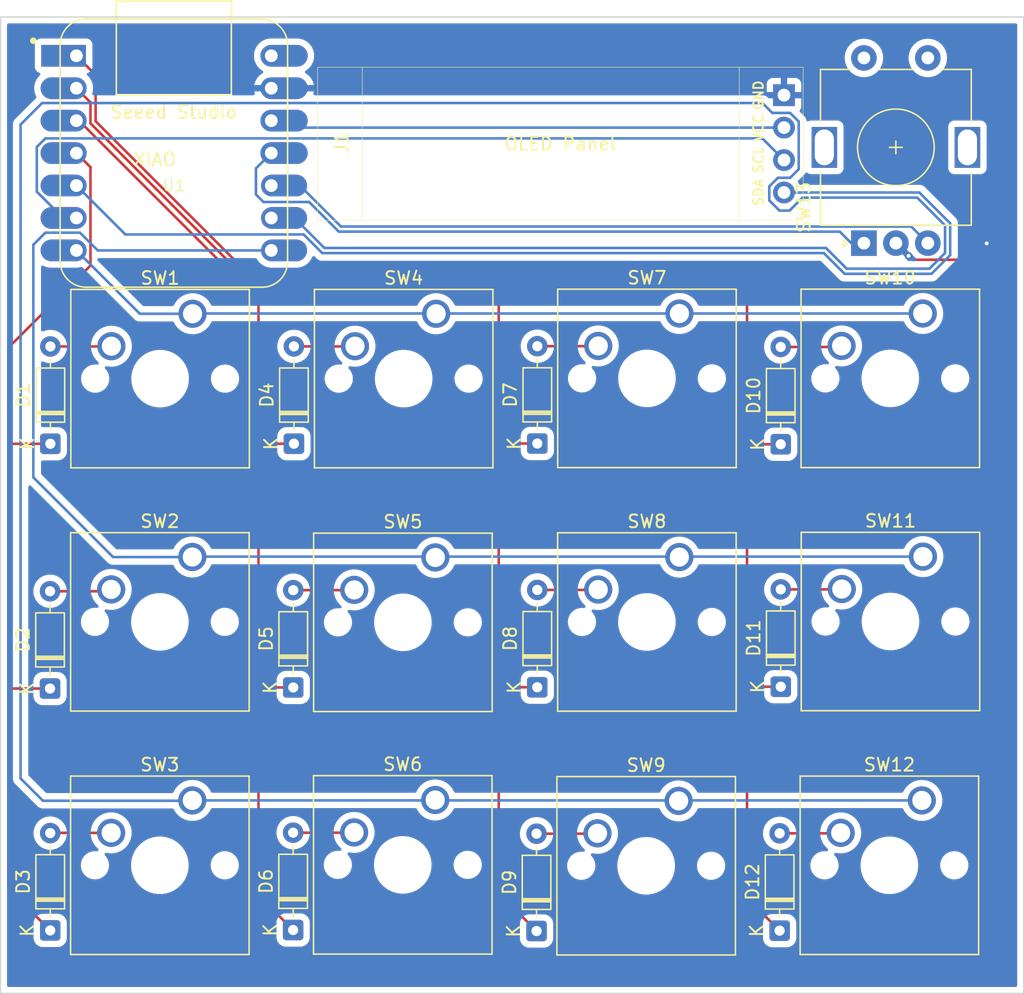
<source format=kicad_pcb>
(kicad_pcb (version 20241229) (generator "pcbnew") (generator_version "9.0")
  (layers (0 "F.Cu" signal) (2 "B.Cu" signal) (13 "F.Paste" user) (15 "B.Paste" user) (5 "F.SilkS" user "F.Silkscreen") (7 "B.SilkS" user "B.Silkscreen") (1 "F.Mask" user) (3 "B.Mask" user) (25 "Edge.Cuts" user))
  (net 0 "")
  (net 1 "Net-(D1-A)")
  (net 2 "/ROW0")
  (net 3 "Net-(D2-A)")
  (net 4 "Net-(D3-A)")
  (net 5 "Net-(D4-A)")
  (net 6 "Net-(D5-A)")
  (net 7 "Net-(D6-A)")
  (net 8 "Net-(D7-A)")
  (net 9 "Net-(D8-A)")
  (net 10 "Net-(D9-A)")
  (net 11 "Net-(D10-A)")
  (net 12 "Net-(D11-A)")
  (net 13 "Net-(D12-A)")
  (net 14 "/COL0")
  (net 15 "/COL1")
  (net 16 "/COL2")
  (net 17 "/D5 (SCL)")
  (net 18 "/ROW1")
  (net 19 "/ROW2")
  (net 20 "/ROW3")
  (net 21 "/D4 (SDA)")
  (net 22 "Net-(J1-VCC)")
  (net 23 "/GND")
  (net 24 "Net-(U1-PA5_A9_D9_MISO)")
  (net 25 "Net-(U1-PA6_A10_D10_MOSI)")
  (footprint "Button_Switch_Keyboard:SW_Cherry_MX_1.00u_PCB" (layer "F.Cu") (at 135.46 78.86)
    (property "Reference" "SW5" (at -2.54 -2.794 0) (layer "F.SilkS"))
    (property "Value" "SW_Push")
    (fp_line (start -9.525 -1.905) (end 4.445 -1.905) (stroke (width 0.12)) (layer "F.SilkS"))
    (fp_line (start -9.525 12.065) (end -9.525 -1.905) (stroke (width 0.12)) (layer "F.SilkS"))
    (fp_line (start 4.445 -1.905) (end 4.445 12.065) (stroke (width 0.12)) (layer "F.SilkS"))
    (fp_line (start 4.445 12.065) (end -9.525 12.065) (stroke (width 0.12)) (layer "F.SilkS"))
    (pad "" np_thru_hole circle (at -7.62 5.08) (size 1.7 1.7) (drill 1.7) (layers "*.Cu" "*.Mask"))
    (pad "" np_thru_hole circle (at -2.54 5.08) (size 4 4) (drill 4) (layers "*.Cu" "*.Mask"))
    (pad "" np_thru_hole circle (at 2.54 5.08) (size 1.7 1.7) (drill 1.7) (layers "*.Cu" "*.Mask"))
    (pad "1" thru_hole circle (at 0 0) (size 2.2 2.2) (drill 1.5) (layers "*.Cu" "*.Mask") (net 15 "/COL1"))
    (pad "2" thru_hole circle (at -6.35 2.54) (size 2.2 2.2) (drill 1.5) (layers "*.Cu" "*.Mask") (net 6 "Net-(D5-A)"))
  )
  (footprint "Button_Switch_Keyboard:SW_Cherry_MX_1.00u_PCB" (layer "F.Cu") (at 116.441412 78.823638)
    (property "Reference" "SW2" (at -2.54 -2.794 0) (layer "F.SilkS"))
    (property "Value" "SW_Push")
    (fp_line (start -9.525 -1.905) (end 4.445 -1.905) (stroke (width 0.12)) (layer "F.SilkS"))
    (fp_line (start -9.525 12.065) (end -9.525 -1.905) (stroke (width 0.12)) (layer "F.SilkS"))
    (fp_line (start 4.445 -1.905) (end 4.445 12.065) (stroke (width 0.12)) (layer "F.SilkS"))
    (fp_line (start 4.445 12.065) (end -9.525 12.065) (stroke (width 0.12)) (layer "F.SilkS"))
    (pad "" np_thru_hole circle (at -7.62 5.08) (size 1.7 1.7) (drill 1.7) (layers "*.Cu" "*.Mask"))
    (pad "" np_thru_hole circle (at -2.54 5.08) (size 4 4) (drill 4) (layers "*.Cu" "*.Mask"))
    (pad "" np_thru_hole circle (at 2.54 5.08) (size 1.7 1.7) (drill 1.7) (layers "*.Cu" "*.Mask"))
    (pad "1" thru_hole circle (at 0 0) (size 2.2 2.2) (drill 1.5) (layers "*.Cu" "*.Mask") (net 15 "/COL1"))
    (pad "2" thru_hole circle (at -6.35 2.54) (size 2.2 2.2) (drill 1.5) (layers "*.Cu" "*.Mask") (net 3 "Net-(D2-A)"))
  )
  (footprint "Diode_THT:D_DO-35_SOD27_P7.62mm_Horizontal" (layer "F.Cu") (at 162.49 88.98 90)
    (property "Reference" "D11" (at 3.81 -2.12 90) (layer "F.SilkS"))
    (property "Value" "1N4148WT")
    (fp_line (start 2.53 -1.12) (end 2.53 1.12) (stroke (width 0.12)) (layer "F.SilkS"))
    (fp_line (start 2.41 -1.12) (end 2.41 1.12) (stroke (width 0.12)) (layer "F.SilkS"))
    (fp_line (start 2.29 -1.12) (end 2.29 1.12) (stroke (width 0.12)) (layer "F.SilkS"))
    (fp_line (start 6.58 0) (end 5.93 0) (stroke (width 0.12)) (layer "F.SilkS"))
    (fp_line (start 1.04 0) (end 1.69 0) (stroke (width 0.12)) (layer "F.SilkS"))
    (fp_rect (start 1.69 -1.12) (end 5.93 1.12) (stroke (width 0.12)) (fill no) (layer "F.SilkS"))
    (fp_text user "K" (at 0 -1.8 90) (layer "F.SilkS"))
    (pad "1" thru_hole roundrect (at 0 0 90) (size 1.6 1.6) (drill 0.8) (layers "*.Cu" "*.Mask") (roundrect_rratio 0.15625) (net 20 "/ROW3"))
    (pad "2" thru_hole circle (at 7.62 0 90) (size 1.6 1.6) (drill 0.8) (layers "*.Cu" "*.Mask") (net 12 "Net-(D11-A)"))
  )
  (footprint "Diode_THT:D_DO-35_SOD27_P7.62mm_Horizontal" (layer "F.Cu") (at 124.33 108.03 90)
    (property "Reference" "D6" (at 3.81 -2.12 90) (layer "F.SilkS"))
    (property "Value" "1N4148WT")
    (fp_line (start 2.53 -1.12) (end 2.53 1.12) (stroke (width 0.12)) (layer "F.SilkS"))
    (fp_line (start 2.41 -1.12) (end 2.41 1.12) (stroke (width 0.12)) (layer "F.SilkS"))
    (fp_line (start 2.29 -1.12) (end 2.29 1.12) (stroke (width 0.12)) (layer "F.SilkS"))
    (fp_line (start 6.58 0) (end 5.93 0) (stroke (width 0.12)) (layer "F.SilkS"))
    (fp_line (start 1.04 0) (end 1.69 0) (stroke (width 0.12)) (layer "F.SilkS"))
    (fp_rect (start 1.69 -1.12) (end 5.93 1.12) (stroke (width 0.12)) (fill no) (layer "F.SilkS"))
    (fp_text user "K" (at 0 -1.8 90) (layer "F.SilkS"))
    (pad "1" thru_hole roundrect (at 0 0 90) (size 1.6 1.6) (drill 0.8) (layers "*.Cu" "*.Mask") (roundrect_rratio 0.15625) (net 18 "/ROW1"))
    (pad "2" thru_hole circle (at 7.62 0 90) (size 1.6 1.6) (drill 0.8) (layers "*.Cu" "*.Mask") (net 7 "Net-(D6-A)"))
  )
  (footprint "Button_Switch_Keyboard:SW_Cherry_MX_1.00u_PCB" (layer "F.Cu") (at 154.49877 97.92123)
    (property "Reference" "SW9" (at -2.54 -2.794 0) (layer "F.SilkS"))
    (property "Value" "SW_Push")
    (fp_line (start -9.525 -1.905) (end 4.445 -1.905) (stroke (width 0.12)) (layer "F.SilkS"))
    (fp_line (start -9.525 12.065) (end -9.525 -1.905) (stroke (width 0.12)) (layer "F.SilkS"))
    (fp_line (start 4.445 -1.905) (end 4.445 12.065) (stroke (width 0.12)) (layer "F.SilkS"))
    (fp_line (start 4.445 12.065) (end -9.525 12.065) (stroke (width 0.12)) (layer "F.SilkS"))
    (pad "" np_thru_hole circle (at -7.62 5.08) (size 1.7 1.7) (drill 1.7) (layers "*.Cu" "*.Mask"))
    (pad "" np_thru_hole circle (at -2.54 5.08) (size 4 4) (drill 4) (layers "*.Cu" "*.Mask"))
    (pad "" np_thru_hole circle (at 2.54 5.08) (size 1.7 1.7) (drill 1.7) (layers "*.Cu" "*.Mask"))
    (pad "1" thru_hole circle (at 0 0) (size 2.2 2.2) (drill 1.5) (layers "*.Cu" "*.Mask") (net 16 "/COL2"))
    (pad "2" thru_hole circle (at -6.35 2.54) (size 2.2 2.2) (drill 1.5) (layers "*.Cu" "*.Mask") (net 10 "Net-(D9-A)"))
  )
  (footprint "Diode_THT:D_DO-35_SOD27_P7.62mm_Horizontal" (layer "F.Cu") (at 143.440397 69.939999 90)
    (property "Reference" "D7" (at 3.81 -2.12 90) (layer "F.SilkS"))
    (property "Value" "1N4148WT")
    (fp_line (start 2.53 -1.12) (end 2.53 1.12) (stroke (width 0.12)) (layer "F.SilkS"))
    (fp_line (start 2.41 -1.12) (end 2.41 1.12) (stroke (width 0.12)) (layer "F.SilkS"))
    (fp_line (start 2.29 -1.12) (end 2.29 1.12) (stroke (width 0.12)) (layer "F.SilkS"))
    (fp_line (start 6.58 0) (end 5.93 0) (stroke (width 0.12)) (layer "F.SilkS"))
    (fp_line (start 1.04 0) (end 1.69 0) (stroke (width 0.12)) (layer "F.SilkS"))
    (fp_rect (start 1.69 -1.12) (end 5.93 1.12) (stroke (width 0.12)) (fill no) (layer "F.SilkS"))
    (fp_text user "K" (at 0 -1.8 90) (layer "F.SilkS"))
    (pad "1" thru_hole roundrect (at 0 0 90) (size 1.6 1.6) (drill 0.8) (layers "*.Cu" "*.Mask") (roundrect_rratio 0.15625) (net 19 "/ROW2"))
    (pad "2" thru_hole circle (at 7.62 0 90) (size 1.6 1.6) (drill 0.8) (layers "*.Cu" "*.Mask") (net 8 "Net-(D7-A)"))
  )
  (footprint "Diode_THT:D_DO-35_SOD27_P7.62mm_Horizontal" (layer "F.Cu") (at 143.38 108.11 90)
    (property "Reference" "D9" (at 3.81 -2.12 90) (layer "F.SilkS"))
    (property "Value" "1N4148WT")
    (fp_line (start 2.53 -1.12) (end 2.53 1.12) (stroke (width 0.12)) (layer "F.SilkS"))
    (fp_line (start 2.41 -1.12) (end 2.41 1.12) (stroke (width 0.12)) (layer "F.SilkS"))
    (fp_line (start 2.29 -1.12) (end 2.29 1.12) (stroke (width 0.12)) (layer "F.SilkS"))
    (fp_line (start 6.58 0) (end 5.93 0) (stroke (width 0.12)) (layer "F.SilkS"))
    (fp_line (start 1.04 0) (end 1.69 0) (stroke (width 0.12)) (layer "F.SilkS"))
    (fp_rect (start 1.69 -1.12) (end 5.93 1.12) (stroke (width 0.12)) (fill no) (layer "F.SilkS"))
    (fp_text user "K" (at 0 -1.8 90) (layer "F.SilkS"))
    (pad "1" thru_hole roundrect (at 0 0 90) (size 1.6 1.6) (drill 0.8) (layers "*.Cu" "*.Mask") (roundrect_rratio 0.15625) (net 19 "/ROW2"))
    (pad "2" thru_hole circle (at 7.62 0 90) (size 1.6 1.6) (drill 0.8) (layers "*.Cu" "*.Mask") (net 10 "Net-(D9-A)"))
  )
  (footprint "Button_Switch_Keyboard:SW_Cherry_MX_1.00u_PCB" (layer "F.Cu") (at 173.602737 59.758559)
    (property "Reference" "SW10" (at -2.54 -2.794 0) (layer "F.SilkS"))
    (property "Value" "SW_Push")
    (fp_line (start -9.525 -1.905) (end 4.445 -1.905) (stroke (width 0.12)) (layer "F.SilkS"))
    (fp_line (start -9.525 12.065) (end -9.525 -1.905) (stroke (width 0.12)) (layer "F.SilkS"))
    (fp_line (start 4.445 -1.905) (end 4.445 12.065) (stroke (width 0.12)) (layer "F.SilkS"))
    (fp_line (start 4.445 12.065) (end -9.525 12.065) (stroke (width 0.12)) (layer "F.SilkS"))
    (pad "" np_thru_hole circle (at -7.62 5.08) (size 1.7 1.7) (drill 1.7) (layers "*.Cu" "*.Mask"))
    (pad "" np_thru_hole circle (at -2.54 5.08) (size 4 4) (drill 4) (layers "*.Cu" "*.Mask"))
    (pad "" np_thru_hole circle (at 2.54 5.08) (size 1.7 1.7) (drill 1.7) (layers "*.Cu" "*.Mask"))
    (pad "1" thru_hole circle (at 0 0) (size 2.2 2.2) (drill 1.5) (layers "*.Cu" "*.Mask") (net 14 "/COL0"))
    (pad "2" thru_hole circle (at -6.35 2.54) (size 2.2 2.2) (drill 1.5) (layers "*.Cu" "*.Mask") (net 11 "Net-(D10-A)"))
  )
  (footprint "Diode_THT:D_DO-35_SOD27_P7.62mm_Horizontal" (layer "F.Cu") (at 143.438068 89.022911 90)
    (property "Reference" "D8" (at 3.81 -2.12 90) (layer "F.SilkS"))
    (property "Value" "1N4148WT")
    (fp_line (start 2.53 -1.12) (end 2.53 1.12) (stroke (width 0.12)) (layer "F.SilkS"))
    (fp_line (start 2.41 -1.12) (end 2.41 1.12) (stroke (width 0.12)) (layer "F.SilkS"))
    (fp_line (start 2.29 -1.12) (end 2.29 1.12) (stroke (width 0.12)) (layer "F.SilkS"))
    (fp_line (start 6.58 0) (end 5.93 0) (stroke (width 0.12)) (layer "F.SilkS"))
    (fp_line (start 1.04 0) (end 1.69 0) (stroke (width 0.12)) (layer "F.SilkS"))
    (fp_rect (start 1.69 -1.12) (end 5.93 1.12) (stroke (width 0.12)) (fill no) (layer "F.SilkS"))
    (fp_text user "K" (at 0 -1.8 90) (layer "F.SilkS"))
    (pad "1" thru_hole roundrect (at 0 0 90) (size 1.6 1.6) (drill 0.8) (layers "*.Cu" "*.Mask") (roundrect_rratio 0.15625) (net 19 "/ROW2"))
    (pad "2" thru_hole circle (at 7.62 0 90) (size 1.6 1.6) (drill 0.8) (layers "*.Cu" "*.Mask") (net 9 "Net-(D8-A)"))
  )
  (footprint "Button_Switch_Keyboard:SW_Cherry_MX_1.00u_PCB" (layer "F.Cu") (at 116.438861 97.883487)
    (property "Reference" "SW3" (at -2.54 -2.794 0) (layer "F.SilkS"))
    (property "Value" "SW_Push")
    (fp_line (start -9.525 -1.905) (end 4.445 -1.905) (stroke (width 0.12)) (layer "F.SilkS"))
    (fp_line (start -9.525 12.065) (end -9.525 -1.905) (stroke (width 0.12)) (layer "F.SilkS"))
    (fp_line (start 4.445 -1.905) (end 4.445 12.065) (stroke (width 0.12)) (layer "F.SilkS"))
    (fp_line (start 4.445 12.065) (end -9.525 12.065) (stroke (width 0.12)) (layer "F.SilkS"))
    (pad "" np_thru_hole circle (at -7.62 5.08) (size 1.7 1.7) (drill 1.7) (layers "*.Cu" "*.Mask"))
    (pad "" np_thru_hole circle (at -2.54 5.08) (size 4 4) (drill 4) (layers "*.Cu" "*.Mask"))
    (pad "" np_thru_hole circle (at 2.54 5.08) (size 1.7 1.7) (drill 1.7) (layers "*.Cu" "*.Mask"))
    (pad "1" thru_hole circle (at 0 0) (size 2.2 2.2) (drill 1.5) (layers "*.Cu" "*.Mask") (net 16 "/COL2"))
    (pad "2" thru_hole circle (at -6.35 2.54) (size 2.2 2.2) (drill 1.5) (layers "*.Cu" "*.Mask") (net 4 "Net-(D3-A)"))
  )
  (footprint "KiCad-SSD1306-0.91-OLED-4pin-128x32:SSD1306-0.91-OLED-4pin-128x32" (layer "F.Cu") (at 126.245 40.475)
    (property "Reference" "J1" (at 1.9 5.91 90) (layer "F.SilkS"))
    (property "Value" "Display")
    (fp_line (start 0 0) (end 0 12) (stroke (width 0.04)) (layer "F.SilkS"))
    (fp_line (start 0 12) (end 38 12) (stroke (width 0.04)) (layer "F.SilkS"))
    (fp_line (start 3.5 0) (end 3.5 12) (stroke (width 0.04)) (layer "F.SilkS"))
    (fp_line (start 33 0) (end 33 12) (stroke (width 0.04)) (layer "F.SilkS"))
    (fp_line (start 38 0) (end 0 0) (stroke (width 0.04)) (layer "F.SilkS"))
    (fp_line (start 38 12) (end 38 0) (stroke (width 0.04)) (layer "F.SilkS"))
    (fp_text user "VCC" (at 34.5 4.73 270) (layer "F.SilkS") (effects (font (size 0.75 0.75))))
    (fp_text user "SCL" (at 34.5 7.27 270) (layer "F.SilkS") (effects (font (size 0.75 0.75))))
    (fp_text user "SDA" (at 34.5 9.81 270) (layer "F.SilkS") (effects (font (size 0.75 0.75))))
    (fp_text user "GND" (at 34.5 2.19 270) (layer "F.SilkS") (effects (font (size 0.75 0.75))))
    (fp_text user "OLED Panel" (at 19 6 0) (layer "F.SilkS"))
    (pad "1" thru_hole rect (at 36.5 2.19) (size 1.7 1.7) (drill 1) (layers "*.Cu" "*.Mask") (net 23 "/GND"))
    (pad "2" thru_hole oval (at 36.5 4.73) (size 1.7 1.7) (drill 1) (layers "*.Cu" "*.Mask") (net 22 "Net-(J1-VCC)"))
    (pad "3" thru_hole oval (at 36.5 7.27) (size 1.7 1.7) (drill 1) (layers "*.Cu" "*.Mask") (net 17 "/D5 (SCL)"))
    (pad "4" thru_hole oval (at 36.5 9.81) (size 1.7 1.7) (drill 1) (layers "*.Cu" "*.Mask") (net 21 "/D4 (SDA)"))
  )
  (footprint "Button_Switch_Keyboard:SW_Cherry_MX_1.00u_PCB" (layer "F.Cu") (at 154.554033 78.832144)
    (property "Reference" "SW8" (at -2.54 -2.794 0) (layer "F.SilkS"))
    (property "Value" "SW_Push")
    (fp_line (start -9.525 -1.905) (end 4.445 -1.905) (stroke (width 0.12)) (layer "F.SilkS"))
    (fp_line (start -9.525 12.065) (end -9.525 -1.905) (stroke (width 0.12)) (layer "F.SilkS"))
    (fp_line (start 4.445 -1.905) (end 4.445 12.065) (stroke (width 0.12)) (layer "F.SilkS"))
    (fp_line (start 4.445 12.065) (end -9.525 12.065) (stroke (width 0.12)) (layer "F.SilkS"))
    (pad "" np_thru_hole circle (at -7.62 5.08) (size 1.7 1.7) (drill 1.7) (layers "*.Cu" "*.Mask"))
    (pad "" np_thru_hole circle (at -2.54 5.08) (size 4 4) (drill 4) (layers "*.Cu" "*.Mask"))
    (pad "" np_thru_hole circle (at 2.54 5.08) (size 1.7 1.7) (drill 1.7) (layers "*.Cu" "*.Mask"))
    (pad "1" thru_hole circle (at 0 0) (size 2.2 2.2) (drill 1.5) (layers "*.Cu" "*.Mask") (net 15 "/COL1"))
    (pad "2" thru_hole circle (at -6.35 2.54) (size 2.2 2.2) (drill 1.5) (layers "*.Cu" "*.Mask") (net 9 "Net-(D8-A)"))
  )
  (footprint "Button_Switch_Keyboard:SW_Cherry_MX_1.00u_PCB" (layer "F.Cu") (at 135.521541 59.778357)
    (property "Reference" "SW4" (at -2.54 -2.794 0) (layer "F.SilkS"))
    (property "Value" "SW_Push")
    (fp_line (start -9.525 -1.905) (end 4.445 -1.905) (stroke (width 0.12)) (layer "F.SilkS"))
    (fp_line (start -9.525 12.065) (end -9.525 -1.905) (stroke (width 0.12)) (layer "F.SilkS"))
    (fp_line (start 4.445 -1.905) (end 4.445 12.065) (stroke (width 0.12)) (layer "F.SilkS"))
    (fp_line (start 4.445 12.065) (end -9.525 12.065) (stroke (width 0.12)) (layer "F.SilkS"))
    (pad "" np_thru_hole circle (at -7.62 5.08) (size 1.7 1.7) (drill 1.7) (layers "*.Cu" "*.Mask"))
    (pad "" np_thru_hole circle (at -2.54 5.08) (size 4 4) (drill 4) (layers "*.Cu" "*.Mask"))
    (pad "" np_thru_hole circle (at 2.54 5.08) (size 1.7 1.7) (drill 1.7) (layers "*.Cu" "*.Mask"))
    (pad "1" thru_hole circle (at 0 0) (size 2.2 2.2) (drill 1.5) (layers "*.Cu" "*.Mask") (net 14 "/COL0"))
    (pad "2" thru_hole circle (at -6.35 2.54) (size 2.2 2.2) (drill 1.5) (layers "*.Cu" "*.Mask") (net 5 "Net-(D4-A)"))
  )
  (footprint "Diode_THT:D_DO-35_SOD27_P7.62mm_Horizontal" (layer "F.Cu") (at 124.392019 69.955231 90)
    (property "Reference" "D4" (at 3.81 -2.12 90) (layer "F.SilkS"))
    (property "Value" "1N4148WT")
    (fp_line (start 2.53 -1.12) (end 2.53 1.12) (stroke (width 0.12)) (layer "F.SilkS"))
    (fp_line (start 2.41 -1.12) (end 2.41 1.12) (stroke (width 0.12)) (layer "F.SilkS"))
    (fp_line (start 2.29 -1.12) (end 2.29 1.12) (stroke (width 0.12)) (layer "F.SilkS"))
    (fp_line (start 6.58 0) (end 5.93 0) (stroke (width 0.12)) (layer "F.SilkS"))
    (fp_line (start 1.04 0) (end 1.69 0) (stroke (width 0.12)) (layer "F.SilkS"))
    (fp_rect (start 1.69 -1.12) (end 5.93 1.12) (stroke (width 0.12)) (fill no) (layer "F.SilkS"))
    (fp_text user "K" (at 0 -1.8 90) (layer "F.SilkS"))
    (pad "1" thru_hole roundrect (at 0 0 90) (size 1.6 1.6) (drill 0.8) (layers "*.Cu" "*.Mask") (roundrect_rratio 0.15625) (net 18 "/ROW1"))
    (pad "2" thru_hole circle (at 7.62 0 90) (size 1.6 1.6) (drill 0.8) (layers "*.Cu" "*.Mask") (net 5 "Net-(D4-A)"))
  )
  (footprint "Button_Switch_Keyboard:SW_Cherry_MX_1.00u_PCB" (layer "F.Cu") (at 173.532616 97.884537)
    (property "Reference" "SW12" (at -2.54 -2.794 0) (layer "F.SilkS"))
    (property "Value" "SW_Push")
    (fp_line (start -9.525 -1.905) (end 4.445 -1.905) (stroke (width 0.12)) (layer "F.SilkS"))
    (fp_line (start -9.525 12.065) (end -9.525 -1.905) (stroke (width 0.12)) (layer "F.SilkS"))
    (fp_line (start 4.445 -1.905) (end 4.445 12.065) (stroke (width 0.12)) (layer "F.SilkS"))
    (fp_line (start 4.445 12.065) (end -9.525 12.065) (stroke (width 0.12)) (layer "F.SilkS"))
    (pad "" np_thru_hole circle (at -7.62 5.08) (size 1.7 1.7) (drill 1.7) (layers "*.Cu" "*.Mask"))
    (pad "" np_thru_hole circle (at -2.54 5.08) (size 4 4) (drill 4) (layers "*.Cu" "*.Mask"))
    (pad "" np_thru_hole circle (at 2.54 5.08) (size 1.7 1.7) (drill 1.7) (layers "*.Cu" "*.Mask"))
    (pad "1" thru_hole circle (at 0 0) (size 2.2 2.2) (drill 1.5) (layers "*.Cu" "*.Mask") (net 16 "/COL2"))
    (pad "2" thru_hole circle (at -6.35 2.54) (size 2.2 2.2) (drill 1.5) (layers "*.Cu" "*.Mask") (net 13 "Net-(D12-A)"))
  )
  (footprint "Diode_THT:D_DO-35_SOD27_P7.62mm_Horizontal" (layer "F.Cu") (at 105.320648 108.063487 90)
    (property "Reference" "D3" (at 3.81 -2.12 90) (layer "F.SilkS"))
    (property "Value" "1N4148WT")
    (fp_line (start 2.53 -1.12) (end 2.53 1.12) (stroke (width 0.12)) (layer "F.SilkS"))
    (fp_line (start 2.41 -1.12) (end 2.41 1.12) (stroke (width 0.12)) (layer "F.SilkS"))
    (fp_line (start 2.29 -1.12) (end 2.29 1.12) (stroke (width 0.12)) (layer "F.SilkS"))
    (fp_line (start 6.58 0) (end 5.93 0) (stroke (width 0.12)) (layer "F.SilkS"))
    (fp_line (start 1.04 0) (end 1.69 0) (stroke (width 0.12)) (layer "F.SilkS"))
    (fp_rect (start 1.69 -1.12) (end 5.93 1.12) (stroke (width 0.12)) (fill no) (layer "F.SilkS"))
    (fp_text user "K" (at 0 -1.8 90) (layer "F.SilkS"))
    (pad "1" thru_hole roundrect (at 0 0 90) (size 1.6 1.6) (drill 0.8) (layers "*.Cu" "*.Mask") (roundrect_rratio 0.15625) (net 2 "/ROW0"))
    (pad "2" thru_hole circle (at 7.62 0 90) (size 1.6 1.6) (drill 0.8) (layers "*.Cu" "*.Mask") (net 4 "Net-(D3-A)"))
  )
  (footprint "Diode_THT:D_DO-35_SOD27_P7.62mm_Horizontal" (layer "F.Cu") (at 105.33135 69.95984 90)
    (property "Reference" "D1" (at 3.81 -2.12 90) (layer "F.SilkS"))
    (property "Value" "1N4148WT")
    (fp_line (start 2.53 -1.12) (end 2.53 1.12) (stroke (width 0.12)) (layer "F.SilkS"))
    (fp_line (start 2.41 -1.12) (end 2.41 1.12) (stroke (width 0.12)) (layer "F.SilkS"))
    (fp_line (start 2.29 -1.12) (end 2.29 1.12) (stroke (width 0.12)) (layer "F.SilkS"))
    (fp_line (start 6.58 0) (end 5.93 0) (stroke (width 0.12)) (layer "F.SilkS"))
    (fp_line (start 1.04 0) (end 1.69 0) (stroke (width 0.12)) (layer "F.SilkS"))
    (fp_rect (start 1.69 -1.12) (end 5.93 1.12) (stroke (width 0.12)) (fill no) (layer "F.SilkS"))
    (fp_text user "K" (at 0 -1.8 90) (layer "F.SilkS"))
    (pad "1" thru_hole roundrect (at 0 0 90) (size 1.6 1.6) (drill 0.8) (layers "*.Cu" "*.Mask") (roundrect_rratio 0.15625) (net 2 "/ROW0"))
    (pad "2" thru_hole circle (at 7.62 0 90) (size 1.6 1.6) (drill 0.8) (layers "*.Cu" "*.Mask") (net 1 "Net-(D1-A)"))
  )
  (footprint "Diode_THT:D_DO-35_SOD27_P7.62mm_Horizontal" (layer "F.Cu") (at 162.487005 69.997777 90)
    (property "Reference" "D10" (at 3.81 -2.12 90) (layer "F.SilkS"))
    (property "Value" "1N4148WT")
    (fp_line (start 2.53 -1.12) (end 2.53 1.12) (stroke (width 0.12)) (layer "F.SilkS"))
    (fp_line (start 2.41 -1.12) (end 2.41 1.12) (stroke (width 0.12)) (layer "F.SilkS"))
    (fp_line (start 2.29 -1.12) (end 2.29 1.12) (stroke (width 0.12)) (layer "F.SilkS"))
    (fp_line (start 6.58 0) (end 5.93 0) (stroke (width 0.12)) (layer "F.SilkS"))
    (fp_line (start 1.04 0) (end 1.69 0) (stroke (width 0.12)) (layer "F.SilkS"))
    (fp_rect (start 1.69 -1.12) (end 5.93 1.12) (stroke (width 0.12)) (fill no) (layer "F.SilkS"))
    (fp_text user "K" (at 0 -1.8 90) (layer "F.SilkS"))
    (pad "1" thru_hole roundrect (at 0 0 90) (size 1.6 1.6) (drill 0.8) (layers "*.Cu" "*.Mask") (roundrect_rratio 0.15625) (net 20 "/ROW3"))
    (pad "2" thru_hole circle (at 7.62 0 90) (size 1.6 1.6) (drill 0.8) (layers "*.Cu" "*.Mask") (net 11 "Net-(D10-A)"))
  )
  (footprint "footprints:XIAO-Generic-Hybrid-14P-2.54-21X17.8MM" (layer "F.Cu") (at 114.995 47.2)
    (property "Reference" "U1" (at 0 2.54 0) (layer "F.SilkS") (effects (font (size 0.889 0.889) (thickness 0.1016))))
    (property "Value" "MOUDLE-SEEEDUINO-XIAO" (hide yes))
    (fp_line (start -8.9 -8.5) (end -8.9 8.5) (stroke (width 0.127)) (layer "F.SilkS"))
    (fp_line (start -6.9 10.5) (end 6.9 10.5) (stroke (width 0.127)) (layer "F.SilkS"))
    (fp_line (start -4.5 -11.92403) (end 4.5 -11.92403) (stroke (width 0.127)) (layer "F.SilkS"))
    (fp_line (start -4.5 -4.57073) (end -4.5 -11.92403) (stroke (width 0.127)) (layer "F.SilkS"))
    (fp_line (start 4.5 -11.92403) (end 4.5 -4.57073) (stroke (width 0.127)) (layer "F.SilkS"))
    (fp_line (start 4.5 -4.57073) (end -4.5 -4.57073) (stroke (width 0.127)) (layer "F.SilkS"))
    (fp_line (start 6.9 -10.49909) (end -6.9 -10.49909) (stroke (width 0.127)) (layer "F.SilkS"))
    (fp_line (start 8.9 8.5) (end 8.9 -8.5) (stroke (width 0.127)) (layer "F.SilkS"))
    (fp_arc (start -8.9 -8.5) (mid -8.301491 -9.901491) (end -6.9 -10.5) (stroke (width 0.12)) (layer "F.SilkS"))
    (fp_arc (start -6.9 10.5) (mid -8.301423 9.901423) (end -8.9 8.5) (stroke (width 0.12)) (layer "F.SilkS"))
    (fp_arc (start 6.9 -10.5) (mid 8.301492 -9.901492) (end 8.9 -8.5) (stroke (width 0.12)) (layer "F.SilkS"))
    (fp_arc (start 8.9 8.5) (mid 8.314214 9.914214) (end 6.9 10.5) (stroke (width 0.12)) (layer "F.SilkS"))
    (fp_circle (center -11 -8.8) (end -11 -9.054) (fill yes) (layer "F.SilkS"))
    (fp_poly (pts (xy -8.887715 -8.561705) (xy -8.884667 -8.610473) (xy -8.880603 -8.659494)) (stroke (width 0.0254)) (fill no) (layer "F.SilkS"))
    (fp_poly (pts (xy 8.889492 8.521574) (xy 8.887713 8.57085) (xy 8.884665 8.619618) (xy 8.880601 8.668639) (xy 8.875268 8.717407) (xy 8.868664 8.766175) (xy 8.861044 8.81469) (xy 8.852153 8.86295) (xy 8.842248 8.910955)) (stroke (width 0.0254)) (fill no) (layer "F.SilkS"))
    (fp_text user "Seeed Studio" (at 0 -3.212015 0) (layer "F.SilkS"))
    (fp_text user "XIAO" (at -1.5 0.5 0) (layer "F.SilkS"))
    (pad "1" thru_hole rect (at -7.625 -7.62) (size 3.5 1.7) (drill 1 (offset -1 0)) (layers "*.Cu" "*.Mask") (net 20 "/ROW3"))
    (pad "2" thru_hole oval (at -7.625 -5.08) (size 3.6 1.7) (drill 1 (offset -1 0)) (layers "*.Cu" "*.Mask") (net 19 "/ROW2"))
    (pad "3" thru_hole oval (at -7.625 -2.54) (size 3.6 1.7) (drill 1 (offset -1 0)) (layers "*.Cu" "*.Mask") (net 18 "/ROW1"))
    (pad "4" thru_hole oval (at -7.625 0) (size 3.6 1.7) (drill 1 (offset -1 0)) (layers "*.Cu" "*.Mask") (net 2 "/ROW0"))
    (pad "5" thru_hole oval (at -7.625 2.54) (size 3.6 1.7) (drill 1 (offset -1 0)) (layers "*.Cu" "*.Mask") (net 21 "/D4 (SDA)"))
    (pad "6" thru_hole oval (at -7.625 5.08 180) (size 3.6 1.7) (drill 1 (offset 1 0)) (layers "*.Cu" "*.Mask") (net 17 "/D5 (SCL)"))
    (pad "7" thru_hole oval (at -7.625 7.62) (size 3.6 1.7) (drill 1 (offset -1 0)) (layers "*.Cu" "*.Mask") (net 14 "/COL0"))
    (pad "8" thru_hole oval (at 7.625 7.62) (size 3.6 1.7) (drill 1 (offset 1 0)) (layers "*.Cu" "*.Mask") (net 15 "/COL1"))
    (pad "9" thru_hole oval (at 7.625 5.08) (size 3.6 1.7) (drill 1 (offset 1 0)) (layers "*.Cu" "*.Mask") (net 16 "/COL2"))
    (pad "10" thru_hole oval (at 7.625 2.54) (size 3.6 1.7) (drill 1 (offset 1 0)) (layers "*.Cu" "*.Mask") (net 24 "Net-(U1-PA5_A9_D9_MISO)"))
    (pad "11" thru_hole oval (at 7.625 0) (size 3.7 1.7) (drill 1 (offset 1 0)) (layers "*.Cu" "*.Mask") (net 25 "Net-(U1-PA6_A10_D10_MOSI)"))
    (pad "12" thru_hole oval (at 7.625 -2.54) (size 3.7 1.7) (drill 1 (offset 1 0)) (layers "*.Cu" "*.Mask") (net 22 "Net-(J1-VCC)"))
    (pad "13" thru_hole oval (at 7.625 -5.08) (size 3.7 1.7) (drill 1 (offset 1 0)) (layers "*.Cu" "*.Mask") (net 23 "/GND"))
    (pad "14" thru_hole oval (at 7.625 -7.62) (size 3.7 1.7) (drill 1 (offset 1 0)) (layers "*.Cu" "*.Mask"))
  )
  (footprint "Diode_THT:D_DO-35_SOD27_P7.62mm_Horizontal" (layer "F.Cu") (at 105.305346 89.126663 90)
    (property "Reference" "D2" (at 3.81 -2.12 90) (layer "F.SilkS"))
    (property "Value" "1N4148WT")
    (fp_line (start 2.53 -1.12) (end 2.53 1.12) (stroke (width 0.12)) (layer "F.SilkS"))
    (fp_line (start 2.41 -1.12) (end 2.41 1.12) (stroke (width 0.12)) (layer "F.SilkS"))
    (fp_line (start 2.29 -1.12) (end 2.29 1.12) (stroke (width 0.12)) (layer "F.SilkS"))
    (fp_line (start 6.58 0) (end 5.93 0) (stroke (width 0.12)) (layer "F.SilkS"))
    (fp_line (start 1.04 0) (end 1.69 0) (stroke (width 0.12)) (layer "F.SilkS"))
    (fp_rect (start 1.69 -1.12) (end 5.93 1.12) (stroke (width 0.12)) (fill no) (layer "F.SilkS"))
    (fp_text user "K" (at 0 -1.8 90) (layer "F.SilkS"))
    (pad "1" thru_hole roundrect (at 0 0 90) (size 1.6 1.6) (drill 0.8) (layers "*.Cu" "*.Mask") (roundrect_rratio 0.15625) (net 2 "/ROW0"))
    (pad "2" thru_hole circle (at 7.62 0 90) (size 1.6 1.6) (drill 0.8) (layers "*.Cu" "*.Mask") (net 3 "Net-(D2-A)"))
  )
  (footprint "Rotary_Encoder:RotaryEncoder_Alps_EC11E-Switch_Vertical_H20mm" (layer "F.Cu") (at 169 54.25 90)
    (property "Reference" "SW13" (at 2.8 -4.7 90) (layer "F.SilkS"))
    (property "Value" "RotaryEncoder")
    (fp_line (start 13.6 -3.4) (end 13.6 -1) (stroke (width 0.12)) (layer "F.SilkS"))
    (fp_line (start 9.5 -3.4) (end 13.6 -3.4) (stroke (width 0.12)) (layer "F.SilkS"))
    (fp_line (start 5.5 -3.4) (end 1.4 -3.4) (stroke (width 0.12)) (layer "F.SilkS"))
    (fp_line (start 1.4 -3.4) (end 1.4 8.4) (stroke (width 0.12)) (layer "F.SilkS"))
    (fp_line (start 0.3 -1.6) (end 0 -1.3) (stroke (width 0.12)) (layer "F.SilkS"))
    (fp_line (start -0.3 -1.6) (end 0.3 -1.6) (stroke (width 0.12)) (layer "F.SilkS"))
    (fp_line (start 0 -1.3) (end -0.3 -1.6) (stroke (width 0.12)) (layer "F.SilkS"))
    (fp_line (start 13.6 1.2) (end 13.6 3.8) (stroke (width 0.12)) (layer "F.SilkS"))
    (fp_line (start 7.5 2) (end 7.5 3) (stroke (width 0.12)) (layer "F.SilkS"))
    (fp_line (start 7 2.5) (end 8 2.5) (stroke (width 0.12)) (layer "F.SilkS"))
    (fp_line (start 13.6 6) (end 13.6 8.4) (stroke (width 0.12)) (layer "F.SilkS"))
    (fp_line (start 13.6 8.4) (end 9.5 8.4) (stroke (width 0.12)) (layer "F.SilkS"))
    (fp_line (start 5.5 8.4) (end 1.4 8.4) (stroke (width 0.12)) (layer "F.SilkS"))
    (fp_circle (center 7.5 2.5) (end 10.5 2.5) (stroke (width 0.12)) (fill no) (layer "F.SilkS"))
    (pad "A" thru_hole rect (at 0 0 90) (size 2 2) (drill 1) (layers "*.Cu" "*.Mask") (net 25 "Net-(U1-PA6_A10_D10_MOSI)"))
    (pad "B" thru_hole circle (at 0 5 90) (size 2 2) (drill 1) (layers "*.Cu" "*.Mask") (net 24 "Net-(U1-PA5_A9_D9_MISO)"))
    (pad "C" thru_hole circle (at 0 2.5 90) (size 2 2) (drill 1) (layers "*.Cu" "*.Mask") (net 23 "/GND"))
    (pad "MP" thru_hole rect (at 7.5 -3.1 90) (size 3.2 2) (drill oval 2.8 1.5) (layers "*.Cu" "*.Mask"))
    (pad "MP" thru_hole rect (at 7.5 8.1 90) (size 3.2 2) (drill oval 2.8 1.5) (layers "*.Cu" "*.Mask"))
    (pad "S1" thru_hole circle (at 14.5 5 90) (size 2 2) (drill 1) (layers "*.Cu" "*.Mask"))
    (pad "S2" thru_hole circle (at 14.5 0 90) (size 2 2) (drill 1) (layers "*.Cu" "*.Mask"))
  )
  (footprint "Button_Switch_Keyboard:SW_Cherry_MX_1.00u_PCB" (layer "F.Cu") (at 173.617431 78.794908)
    (property "Reference" "SW11" (at -2.54 -2.794 0) (layer "F.SilkS"))
    (property "Value" "SW_Push")
    (fp_line (start -9.525 -1.905) (end 4.445 -1.905) (stroke (width 0.12)) (layer "F.SilkS"))
    (fp_line (start -9.525 12.065) (end -9.525 -1.905) (stroke (width 0.12)) (layer "F.SilkS"))
    (fp_line (start 4.445 -1.905) (end 4.445 12.065) (stroke (width 0.12)) (layer "F.SilkS"))
    (fp_line (start 4.445 12.065) (end -9.525 12.065) (stroke (width 0.12)) (layer "F.SilkS"))
    (pad "" np_thru_hole circle (at -7.62 5.08) (size 1.7 1.7) (drill 1.7) (layers "*.Cu" "*.Mask"))
    (pad "" np_thru_hole circle (at -2.54 5.08) (size 4 4) (drill 4) (layers "*.Cu" "*.Mask"))
    (pad "" np_thru_hole circle (at 2.54 5.08) (size 1.7 1.7) (drill 1.7) (layers "*.Cu" "*.Mask"))
    (pad "1" thru_hole circle (at 0 0) (size 2.2 2.2) (drill 1.5) (layers "*.Cu" "*.Mask") (net 15 "/COL1"))
    (pad "2" thru_hole circle (at -6.35 2.54) (size 2.2 2.2) (drill 1.5) (layers "*.Cu" "*.Mask") (net 12 "Net-(D11-A)"))
  )
  (footprint "Button_Switch_Keyboard:SW_Cherry_MX_1.00u_PCB" (layer "F.Cu") (at 154.56 59.76)
    (property "Reference" "SW7" (at -2.54 -2.794 0) (layer "F.SilkS"))
    (property "Value" "SW_Push")
    (fp_line (start -9.525 -1.905) (end 4.445 -1.905) (stroke (width 0.12)) (layer "F.SilkS"))
    (fp_line (start -9.525 12.065) (end -9.525 -1.905) (stroke (width 0.12)) (layer "F.SilkS"))
    (fp_line (start 4.445 -1.905) (end 4.445 12.065) (stroke (width 0.12)) (layer "F.SilkS"))
    (fp_line (start 4.445 12.065) (end -9.525 12.065) (stroke (width 0.12)) (layer "F.SilkS"))
    (pad "" np_thru_hole circle (at -7.62 5.08) (size 1.7 1.7) (drill 1.7) (layers "*.Cu" "*.Mask"))
    (pad "" np_thru_hole circle (at -2.54 5.08) (size 4 4) (drill 4) (layers "*.Cu" "*.Mask"))
    (pad "" np_thru_hole circle (at 2.54 5.08) (size 1.7 1.7) (drill 1.7) (layers "*.Cu" "*.Mask"))
    (pad "1" thru_hole circle (at 0 0) (size 2.2 2.2) (drill 1.5) (layers "*.Cu" "*.Mask") (net 14 "/COL0"))
    (pad "2" thru_hole circle (at -6.35 2.54) (size 2.2 2.2) (drill 1.5) (layers "*.Cu" "*.Mask") (net 8 "Net-(D7-A)"))
  )
  (footprint "Button_Switch_Keyboard:SW_Cherry_MX_1.00u_PCB" (layer "F.Cu") (at 135.45 97.85)
    (property "Reference" "SW6" (at -2.54 -2.794 0) (layer "F.SilkS"))
    (property "Value" "SW_Push")
    (fp_line (start -9.525 -1.905) (end 4.445 -1.905) (stroke (width 0.12)) (layer "F.SilkS"))
    (fp_line (start -9.525 12.065) (end -9.525 -1.905) (stroke (width 0.12)) (layer "F.SilkS"))
    (fp_line (start 4.445 -1.905) (end 4.445 12.065) (stroke (width 0.12)) (layer "F.SilkS"))
    (fp_line (start 4.445 12.065) (end -9.525 12.065) (stroke (width 0.12)) (layer "F.SilkS"))
    (pad "" np_thru_hole circle (at -7.62 5.08) (size 1.7 1.7) (drill 1.7) (layers "*.Cu" "*.Mask"))
    (pad "" np_thru_hole circle (at -2.54 5.08) (size 4 4) (drill 4) (layers "*.Cu" "*.Mask"))
    (pad "" np_thru_hole circle (at 2.54 5.08) (size 1.7 1.7) (drill 1.7) (layers "*.Cu" "*.Mask"))
    (pad "1" thru_hole circle (at 0 0) (size 2.2 2.2) (drill 1.5) (layers "*.Cu" "*.Mask") (net 16 "/COL2"))
    (pad "2" thru_hole circle (at -6.35 2.54) (size 2.2 2.2) (drill 1.5) (layers "*.Cu" "*.Mask") (net 7 "Net-(D6-A)"))
  )
  (footprint "Button_Switch_Keyboard:SW_Cherry_MX_1.00u_PCB" (layer "F.Cu") (at 116.46 59.78)
    (property "Reference" "SW1" (at -2.54 -2.794 0) (layer "F.SilkS"))
    (property "Value" "SW_Push")
    (fp_line (start -9.525 -1.905) (end 4.445 -1.905) (stroke (width 0.12)) (layer "F.SilkS"))
    (fp_line (start -9.525 12.065) (end -9.525 -1.905) (stroke (width 0.12)) (layer "F.SilkS"))
    (fp_line (start 4.445 -1.905) (end 4.445 12.065) (stroke (width 0.12)) (layer "F.SilkS"))
    (fp_line (start 4.445 12.065) (end -9.525 12.065) (stroke (width 0.12)) (layer "F.SilkS"))
    (pad "" np_thru_hole circle (at -7.62 5.08) (size 1.7 1.7) (drill 1.7) (layers "*.Cu" "*.Mask"))
    (pad "" np_thru_hole circle (at -2.54 5.08) (size 4 4) (drill 4) (layers "*.Cu" "*.Mask"))
    (pad "" np_thru_hole circle (at 2.54 5.08) (size 1.7 1.7) (drill 1.7) (layers "*.Cu" "*.Mask"))
    (pad "1" thru_hole circle (at 0 0) (size 2.2 2.2) (drill 1.5) (layers "*.Cu" "*.Mask") (net 14 "/COL0"))
    (pad "2" thru_hole circle (at -6.35 2.54) (size 2.2 2.2) (drill 1.5) (layers "*.Cu" "*.Mask") (net 1 "Net-(D1-A)"))
  )
  (footprint "Diode_THT:D_DO-35_SOD27_P7.62mm_Horizontal" (layer "F.Cu") (at 124.34 89.04 90)
    (property "Reference" "D5" (at 3.81 -2.12 90) (layer "F.SilkS"))
    (property "Value" "1N4148WT")
    (fp_line (start 2.53 -1.12) (end 2.53 1.12) (stroke (width 0.12)) (layer "F.SilkS"))
    (fp_line (start 2.41 -1.12) (end 2.41 1.12) (stroke (width 0.12)) (layer "F.SilkS"))
    (fp_line (start 2.29 -1.12) (end 2.29 1.12) (stroke (width 0.12)) (layer "F.SilkS"))
    (fp_line (start 6.58 0) (end 5.93 0) (stroke (width 0.12)) (layer "F.SilkS"))
    (fp_line (start 1.04 0) (end 1.69 0) (stroke (width 0.12)) (layer "F.SilkS"))
    (fp_rect (start 1.69 -1.12) (end 5.93 1.12) (stroke (width 0.12)) (fill no) (layer "F.SilkS"))
    (fp_text user "K" (at 0 -1.8 90) (layer "F.SilkS"))
    (pad "1" thru_hole roundrect (at 0 0 90) (size 1.6 1.6) (drill 0.8) (layers "*.Cu" "*.Mask") (roundrect_rratio 0.15625) (net 18 "/ROW1"))
    (pad "2" thru_hole circle (at 7.62 0 90) (size 1.6 1.6) (drill 0.8) (layers "*.Cu" "*.Mask") (net 6 "Net-(D5-A)"))
  )
  (footprint "Diode_THT:D_DO-35_SOD27_P7.62mm_Horizontal" (layer "F.Cu") (at 162.4025 108.08 90)
    (property "Reference" "D12" (at 3.81 -2.12 90) (layer "F.SilkS"))
    (property "Value" "1N4148WT")
    (fp_line (start 2.53 -1.12) (end 2.53 1.12) (stroke (width 0.12)) (layer "F.SilkS"))
    (fp_line (start 2.41 -1.12) (end 2.41 1.12) (stroke (width 0.12)) (layer "F.SilkS"))
    (fp_line (start 2.29 -1.12) (end 2.29 1.12) (stroke (width 0.12)) (layer "F.SilkS"))
    (fp_line (start 6.58 0) (end 5.93 0) (stroke (width 0.12)) (layer "F.SilkS"))
    (fp_line (start 1.04 0) (end 1.69 0) (stroke (width 0.12)) (layer "F.SilkS"))
    (fp_rect (start 1.69 -1.12) (end 5.93 1.12) (stroke (width 0.12)) (fill no) (layer "F.SilkS"))
    (fp_text user "K" (at 0 -1.8 90) (layer "F.SilkS"))
    (pad "1" thru_hole roundrect (at 0 0 90) (size 1.6 1.6) (drill 0.8) (layers "*.Cu" "*.Mask") (roundrect_rratio 0.15625) (net 20 "/ROW3"))
    (pad "2" thru_hole circle (at 7.62 0 90) (size 1.6 1.6) (drill 0.8) (layers "*.Cu" "*.Mask") (net 13 "Net-(D12-A)"))
  )
  (gr_line (start 101.44 36.543188) (end 180.52 36.543188) (stroke (width 0.1)) (layer "Edge.Cuts"))
  (gr_line (start 180.52 36.543188) (end 181.5 36.543188) (stroke (width 0.1)) (layer "Edge.Cuts"))
  (gr_line (start 181.5 112.993188) (end 101.44 112.993188) (stroke (width 0.1)) (layer "Edge.Cuts"))
  (gr_line (start 181.5 36.543188) (end 181.5 112.993188) (stroke (width 0.1)) (layer "Edge.Cuts"))
  (gr_line (start 101.44 112.993188) (end 101.44 36.543188) (stroke (width 0.1)) (layer "Edge.Cuts"))
  (segment (start 105.33135 62.33984) (end 110.09016 62.33984) (width 0.2) (layer "F.Cu") (net 1))
  (segment (start 110.09016 62.33984) (end 110.11 62.32) (width 0.2) (layer "F.Cu") (net 1))
  (segment (start 105.320648 108.063487) (end 102.04 104.782839) (width 0.2) (layer "F.Cu") (net 2))
  (segment (start 102.04 104.782839) (end 102.04 89.24) (width 0.2) (layer "F.Cu") (net 2))
  (segment (start 102.153337 89.126663) (end 102.04 89.24) (width 0.2) (layer "F.Cu") (net 2))
  (segment (start 105.305346 89.126663) (end 102.153337 89.126663) (width 0.2) (layer "F.Cu") (net 2))
  (segment (start 108.471 48.301) (end 107.37 47.2) (width 0.2) (layer "F.Cu") (net 2))
  (segment (start 102.04984 69.95984) (end 102.04 69.95) (width 0.2) (layer "F.Cu") (net 2))
  (segment (start 102.04 69.95) (end 102.04 62.44) (width 0.2) (layer "F.Cu") (net 2))
  (segment (start 108.471 56.009) (end 108.471 48.301) (width 0.2) (layer "F.Cu") (net 2))
  (segment (start 102.04 89.24) (end 102.04 69.95) (width 0.2) (layer "F.Cu") (net 2))
  (segment (start 105.33135 69.95984) (end 102.04984 69.95984) (width 0.2) (layer "F.Cu") (net 2))
  (segment (start 102.04 62.44) (end 108.471 56.009) (width 0.2) (layer "F.Cu") (net 2))
  (segment (start 105.305346 81.506663) (end 109.948387 81.506663) (width 0.2) (layer "F.Cu") (net 3))
  (segment (start 109.948387 81.506663) (end 110.091412 81.363638) (width 0.2) (layer "F.Cu") (net 3))
  (segment (start 105.340648 100.423487) (end 105.320648 100.443487) (width 0.2) (layer "F.Cu") (net 4))
  (segment (start 110.088861 100.423487) (end 105.340648 100.423487) (width 0.2) (layer "F.Cu") (net 4))
  (segment (start 129.154667 62.335231) (end 129.171541 62.318357) (width 0.2) (layer "F.Cu") (net 5))
  (segment (start 129.168415 62.315231) (end 129.171541 62.318357) (width 0.2) (layer "F.Cu") (net 5))
  (segment (start 124.392019 62.335231) (end 129.154667 62.335231) (width 0.2) (layer "F.Cu") (net 5))
  (segment (start 124.37 81.28) (end 124.422019 81.227981) (width 0.2) (layer "F.Cu") (net 6))
  (segment (start 124.36 81.41) (end 124.37 81.4) (width 0.2) (layer "F.Cu") (net 6))
  (segment (start 124.34 81.42) (end 129.09 81.42) (width 0.2) (layer "F.Cu") (net 6))
  (segment (start 124.37 81.4) (end 124.37 81.28) (width 0.2) (layer "F.Cu") (net 6))
  (segment (start 129.09 81.42) (end 129.11 81.4) (width 0.2) (layer "F.Cu") (net 6))
  (segment (start 129.08 100.41) (end 129.1 100.39) (width 0.2) (layer "F.Cu") (net 7))
  (segment (start 124.33 100.41) (end 129.08 100.41) (width 0.2) (layer "F.Cu") (net 7))
  (segment (start 143.440397 62.319999) (end 148.190001 62.319999) (width 0.2) (layer "F.Cu") (net 8))
  (segment (start 143.470397 62.299999) (end 143.470397 62.45) (width 0.2) (layer "F.Cu") (net 8))
  (segment (start 148.190001 62.319999) (end 148.21 62.3) (width 0.2) (layer "F.Cu") (net 8))
  (segment (start 143.470397 62.45) (end 143.468068 62.452329) (width 0.2) (layer "F.Cu") (net 8))
  (segment (start 148.173266 81.402911) (end 148.204033 81.372144) (width 0.2) (layer "F.Cu") (net 9))
  (segment (start 143.438068 81.402911) (end 148.173266 81.402911) (width 0.2) (layer "F.Cu") (net 9))
  (segment (start 143.468068 81.431932) (end 143.41 81.49) (width 0.2) (layer "F.Cu") (net 9))
  (segment (start 143.468068 81.382911) (end 143.468068 81.431932) (width 0.2) (layer "F.Cu") (net 9))
  (segment (start 148.12 100.49) (end 148.14877 100.46123) (width 0.2) (layer "F.Cu") (net 10))
  (segment (start 143.38 100.49) (end 148.12 100.49) (width 0.2) (layer "F.Cu") (net 10))
  (segment (start 162.517005 62.357777) (end 162.377777 62.357777) (width 0.2) (layer "F.Cu") (net 11))
  (segment (start 162.52 62.360772) (end 162.517005 62.357777) (width 0.2) (layer "F.Cu") (net 11))
  (segment (start 162.487005 62.377777) (end 167.173519 62.377777) (width 0.2) (layer "F.Cu") (net 11))
  (segment (start 167.173519 62.377777) (end 167.252737 62.298559) (width 0.2) (layer "F.Cu") (net 11))
  (segment (start 167.242339 81.36) (end 167.267431 81.334908) (width 0.2) (layer "F.Cu") (net 12))
  (segment (start 162.4325 81.4275) (end 162.52 81.34) (width 0.2) (layer "F.Cu") (net 12))
  (segment (start 162.49 81.36) (end 167.242339 81.36) (width 0.2) (layer "F.Cu") (net 12))
  (segment (start 162.4025 100.46) (end 167.147153 100.46) (width 0.2) (layer "F.Cu") (net 13))
  (segment (start 167.147153 100.46) (end 167.182616 100.424537) (width 0.2) (layer "F.Cu") (net 13))
  (segment (start 116.481441 59.758559) (end 116.46 59.78) (width 0.2) (layer "B.Cu") (net 14))
  (segment (start 173.602737 59.758559) (end 116.481441 59.758559) (width 0.2) (layer "B.Cu") (net 14))
  (segment (start 112.33 59.78) (end 107.37 54.82) (width 0.2) (layer "B.Cu") (net 14))
  (segment (start 116.46 59.78) (end 112.33 59.78) (width 0.2) (layer "B.Cu") (net 14))
  (segment (start 173.617431 78.794908) (end 116.470142 78.794908) (width 0.2) (layer "B.Cu") (net 15))
  (segment (start 110.24 78.83) (end 104 72.59) (width 0.2) (layer "B.Cu") (net 15))
  (segment (start 104 54.37424) (end 104.94324 53.431) (width 0.2) (layer "B.Cu") (net 15))
  (segment (start 109.04 54.82) (end 122.62 54.82) (width 0.2) (layer "B.Cu") (net 15))
  (segment (start 104.94324 53.431) (end 107.651 53.431) (width 0.2) (layer "B.Cu") (net 15))
  (segment (start 107.651 53.431) (end 109.04 54.82) (width 0.2) (layer "B.Cu") (net 15))
  (segment (start 116.470142 78.794908) (end 116.441412 78.823638) (width 0.2) (layer "B.Cu") (net 15))
  (segment (start 116.441412 78.823638) (end 116.43505 78.83) (width 0.2) (layer "B.Cu") (net 15))
  (segment (start 116.43505 78.83) (end 110.24 78.83) (width 0.2) (layer "B.Cu") (net 15))
  (segment (start 104 72.59) (end 104 54.37424) (width 0.2) (layer "B.Cu") (net 15))
  (segment (start 126.778 54.63) (end 124.428 52.28) (width 0.2) (layer "B.Cu") (net 16))
  (segment (start 103 44.966) (end 104.686 43.28) (width 0.2) (layer "B.Cu") (net 16))
  (segment (start 175.349 55.0239) (end 174.1229 56.25) (width 0.2) (layer "B.Cu") (net 16))
  (segment (start 161.832 44.054) (end 163.22176 44.054) (width 0.2) (layer "B.Cu") (net 16))
  (segment (start 173.532616 97.884537) (end 116.439911 97.884537) (width 0.2) (layer "B.Cu") (net 16))
  (segment (start 124.428 52.28) (end 122.62 52.28) (width 0.2) (layer "B.Cu") (net 16))
  (segment (start 116.439911 97.884537) (end 116.438861 97.883487) (width 0.2) (layer "B.Cu") (net 16))
  (segment (start 174.1229 56.25) (end 167.65 56.25) (width 0.2) (layer "B.Cu") (net 16))
  (segment (start 163.22176 44.054) (end 163.896 44.72824) (width 0.2) (layer "B.Cu") (net 16))
  (segment (start 162.39 51.7) (end 163.18 51.7) (width 0.2) (layer "B.Cu") (net 16))
  (segment (start 163.22176 49.134) (end 162.26824 49.134) (width 0.2) (layer "B.Cu") (net 16))
  (segment (start 161.594 50.904) (end 162.39 51.7) (width 0.2) (layer "B.Cu") (net 16))
  (segment (start 162.26824 49.134) (end 161.594 49.80824) (width 0.2) (layer "B.Cu") (net 16))
  (segment (start 173.1689 50.686) (end 175.349 52.8661) (width 0.2) (layer "B.Cu") (net 16))
  (segment (start 103 96.16) (end 103 44.966) (width 0.2) (layer "B.Cu") (net 16))
  (segment (start 116.412348 97.91) (end 104.75 97.91) (width 0.2) (layer "B.Cu") (net 16))
  (segment (start 166.03 54.63) (end 167.65 56.25) (width 0.2) (layer "B.Cu") (net 16))
  (segment (start 161.594 49.80824) (end 161.594 50.904) (width 0.2) (layer "B.Cu") (net 16))
  (segment (start 163.18 51.7) (end 164.194 50.686) (width 0.2) (layer "B.Cu") (net 16))
  (segment (start 163.896 44.72824) (end 163.896 48.45976) (width 0.2) (layer "B.Cu") (net 16))
  (segment (start 166.03 54.63) (end 126.778 54.63) (width 0.2) (layer "B.Cu") (net 16))
  (segment (start 164.194 50.686) (end 173.1689 50.686) (width 0.2) (layer "B.Cu") (net 16))
  (segment (start 175.349 52.8661) (end 175.349 55.0239) (width 0.2) (layer "B.Cu") (net 16))
  (segment (start 116.438861 97.883487) (end 116.412348 97.91) (width 0.2) (layer "B.Cu") (net 16))
  (segment (start 104.686 43.28) (end 161.058 43.28) (width 0.2) (layer "B.Cu") (net 16))
  (segment (start 163.896 48.45976) (end 163.22176 49.134) (width 0.2) (layer "B.Cu") (net 16))
  (segment (start 161.058 43.28) (end 161.832 44.054) (width 0.2) (layer "B.Cu") (net 16))
  (segment (start 104.75 97.91) (end 103 96.16) (width 0.2) (layer "B.Cu") (net 16))
  (segment (start 104.94324 46.049) (end 161.049 46.049) (width 0.2) (layer "B.Cu") (net 17))
  (segment (start 106.33224 52.28) (end 104.269 50.21676) (width 0.2) (layer "B.Cu") (net 17))
  (segment (start 104.269 50.21676) (end 104.269 46.72324) (width 0.2) (layer "B.Cu") (net 17))
  (segment (start 104.269 46.72324) (end 104.94324 46.049) (width 0.2) (layer "B.Cu") (net 17))
  (segment (start 161.049 46.049) (end 162.745 47.745) (width 0.2) (layer "B.Cu") (net 17))
  (segment (start 107.37 52.28) (end 106.33224 52.28) (width 0.2) (layer "B.Cu") (net 17))
  (segment (start 121.62 105.32) (end 124.33 108.03) (width 0.2) (layer "F.Cu") (net 18))
  (segment (start 121.67 89.04) (end 121.62 89.09) (width 0.2) (layer "F.Cu") (net 18))
  (segment (start 124.34 89.04) (end 121.67 89.04) (width 0.2) (layer "F.Cu") (net 18))
  (segment (start 121.62 69.98) (end 121.62 89.09) (width 0.2) (layer "F.Cu") (net 18))
  (segment (start 124.392019 69.955231) (end 121.644769 69.955231) (width 0.2) (layer "F.Cu") (net 18))
  (segment (start 121.644769 69.955231) (end 121.62 69.98) (width 0.2) (layer "F.Cu") (net 18))
  (segment (start 121.62 58.71) (end 121.62 69.98) (width 0.2) (layer "F.Cu") (net 18))
  (segment (start 107.37 44.66) (end 107.57 44.66) (width 0.2) (layer "F.Cu") (net 18))
  (segment (start 107.57 44.66) (end 121.62 58.71) (width 0.2) (layer "F.Cu") (net 18))
  (segment (start 121.62 89.09) (end 121.62 105.32) (width 0.2) (layer "F.Cu") (net 18))
  (segment (start 140.452911 89.022911) (end 140.42 88.99) (width 0.2) (layer "F.Cu") (net 19))
  (segment (start 143.440397 69.939999) (end 140.489999 69.939999) (width 0.2) (layer "F.Cu") (net 19))
  (segment (start 107.37 42.13) (end 108.471 43.231) (width 0.2) (layer "F.Cu") (net 19))
  (segment (start 140.42 69.87) (end 140.42 88.99) (width 0.2) (layer "F.Cu") (net 19))
  (segment (start 108.471 43.231) (end 108.471 44.871) (width 0.2) (layer "F.Cu") (net 19))
  (segment (start 140.42 57.56) (end 140.42 69.87) (width 0.2) (layer "F.Cu") (net 19))
  (segment (start 120.95 57.35) (end 140.21 57.35) (width 0.2) (layer "F.Cu") (net 19))
  (segment (start 143.438068 89.022911) (end 140.452911 89.022911) (width 0.2) (layer "F.Cu") (net 19))
  (segment (start 140.42 105.15) (end 143.38 108.11) (width 0.2) (layer "F.Cu") (net 19))
  (segment (start 140.489999 69.939999) (end 140.42 69.87) (width 0.2) (layer "F.Cu") (net 19))
  (segment (start 140.21 57.35) (end 140.42 57.56) (width 0.2) (layer "F.Cu") (net 19))
  (segment (start 108.471 44.871) (end 120.95 57.35) (width 0.2) (layer "F.Cu") (net 19))
  (segment (start 140.42 88.99) (end 140.42 105.15) (width 0.2) (layer "F.Cu") (net 19))
  (segment (start 107.37 42.12) (end 107.37 42.13) (width 0.2) (layer "F.Cu") (net 19))
  (segment (start 156.52 56.95) (end 158.57 56.95) (width 0.2) (layer "F.Cu") (net 20))
  (segment (start 121.23 56.93424) (end 121.24476 56.949) (width 0.2) (layer "F.Cu") (net 20))
  (segment (start 108.872 41.082) (end 108.872 44.7049) (width 0.2) (layer "F.Cu") (net 20))
  (segment (start 121.1161 56.949) (end 121.23 56.949) (width 0.2) (layer "F.Cu") (net 20))
  (segment (start 162.487005 69.997777) (end 159.917777 69.997777) (width 0.2) (layer "F.Cu") (net 20))
  (segment (start 159.917777 69.997777) (end 159.85 69.93) (width 0.2) (layer "F.Cu") (net 20))
  (segment (start 159.85 105.5275) (end 162.4025 108.08) (width 0.2) (layer "F.Cu") (net 20))
  (segment (start 158.57 56.95) (end 159.85 58.23) (width 0.2) (layer "F.Cu") (net 20))
  (segment (start 107.37 39.58) (end 108.872 41.082) (width 0.2) (layer "F.Cu") (net 20))
  (segment (start 108.872 44.7049) (end 121.1161 56.949) (width 0.2) (layer "F.Cu") (net 20))
  (segment (start 121.23 56.949) (end 121.23 56.93424) (width 0.2) (layer "F.Cu") (net 20))
  (segment (start 159.85 88.97) (end 159.85 105.5275) (width 0.2) (layer "F.Cu") (net 20))
  (segment (start 156.519 56.949) (end 156.52 56.95) (width 0.2) (layer "F.Cu") (net 20))
  (segment (start 159.85 69.93) (end 159.85 88.97) (width 0.2) (layer "F.Cu") (net 20))
  (segment (start 162.49 88.98) (end 159.86 88.98) (width 0.2) (layer "F.Cu") (net 20))
  (segment (start 159.86 88.98) (end 159.85 88.97) (width 0.2) (layer "F.Cu") (net 20))
  (segment (start 121.24476 56.949) (end 156.519 56.949) (width 0.2) (layer "F.Cu") (net 20))
  (segment (start 159.85 58.23) (end 159.85 69.93) (width 0.2) (layer "F.Cu") (net 20))
  (segment (start 125.1509 53.57) (end 126.6119 55.031) (width 0.2) (layer "B.Cu") (net 21))
  (segment (start 167.4839 56.651) (end 174.289 56.651) (width 0.2) (layer "B.Cu") (net 21))
  (segment (start 174.289 56.651) (end 175.75 55.19) (width 0.2) (layer "B.Cu") (net 21))
  (segment (start 107.37 49.74) (end 111.2 53.57) (width 0.2) (layer "B.Cu") (net 21))
  (segment (start 175.75 55.19) (end 175.75 52.7) (width 0.2) (layer "B.Cu") (net 21))
  (segment (start 111.2 53.57) (end 125.1509 53.57) (width 0.2) (layer "B.Cu") (net 21))
  (segment (start 165.8639 55.031) (end 167.4839 56.651) (width 0.2) (layer "B.Cu") (net 21))
  (segment (start 126.6119 55.031) (end 165.8639 55.031) (width 0.2) (layer "B.Cu") (net 21))
  (segment (start 175.75 52.7) (end 173.335 50.285) (width 0.2) (layer "B.Cu") (net 21))
  (segment (start 173.335 50.285) (end 162.745 50.285) (width 0.2) (layer "B.Cu") (net 21))
  (segment (start 123.165 45.205) (end 122.62 44.66) (width 0.2) (layer "B.Cu") (net 22))
  (segment (start 162.745 45.205) (end 123.165 45.205) (width 0.2) (layer "B.Cu") (net 22))
  (segment (start 172.495 55.245) (end 171.5 54.25) (width 0.2) (layer "F.Cu") (net 23))
  (segment (start 172.801 55.551) (end 172.495 55.245) (width 0.2) (layer "F.Cu") (net 23))
  (segment (start 177.329 55.551) (end 178.61 54.27) (width 0.2) (layer "F.Cu") (net 23))
  (segment (start 172.801 55.551) (end 177.329 55.551) (width 0.2) (layer "F.Cu") (net 23))
  (via (at 178.61 54.27) (size 0.6) (drill 0.3) (layers "F.Cu" "B.Cu") (net 23))
  (via (at 172.495 55.245) (size 0.6) (drill 0.3) (layers "F.Cu" "B.Cu") (net 23))
  (segment (start 128.06876 52.949) (end 124.85976 49.74) (width 0.2) (layer "B.Cu") (net 24))
  (segment (start 172.699 52.949) (end 128.06876 52.949) (width 0.2) (layer "B.Cu") (net 24))
  (segment (start 124.85976 49.74) (end 122.62 49.74) (width 0.2) (layer "B.Cu") (net 24))
  (segment (start 174 54.25) (end 172.699 52.949) (width 0.2) (layer "B.Cu") (net 24))
  (segment (start 169 54.25) (end 168.01 54.25) (width 0.2) (layer "B.Cu") (net 25))
  (segment (start 122.01 51.03) (end 121.42 50.44) (width 0.2) (layer "B.Cu") (net 25))
  (segment (start 127.90266 53.35) (end 125.58266 51.03) (width 0.2) (layer "B.Cu") (net 25))
  (segment (start 168.01 54.25) (end 167.11 53.35) (width 0.2) (layer "B.Cu") (net 25))
  (segment (start 121.42 50.44) (end 121.42 48.4) (width 0.2) (layer "B.Cu") (net 25))
  (segment (start 167.11 53.35) (end 127.90266 53.35) (width 0.2) (layer "B.Cu") (net 25))
  (segment (start 125.58266 51.03) (end 122.01 51.03) (width 0.2) (layer "B.Cu") (net 25))
  (segment (start 121.42 48.4) (end 122.62 47.2) (width 0.2) (layer "B.Cu") (net 25))
  (zone (net 23) (net_name "/GND") (layer "B.Cu") (name "GND") (connect_pads (clearance 0.5)) (min_thickness 0.25) (fill yes (thermal_gap 0.5) (thermal_bridge_width 0.5))
    (polygon (pts (xy 101.44 36.54) (xy 180.52 36.54) (xy 181.5 36.54) (xy 181.5 112.99) (xy 101.44 112.99)))
  )
)
</source>
